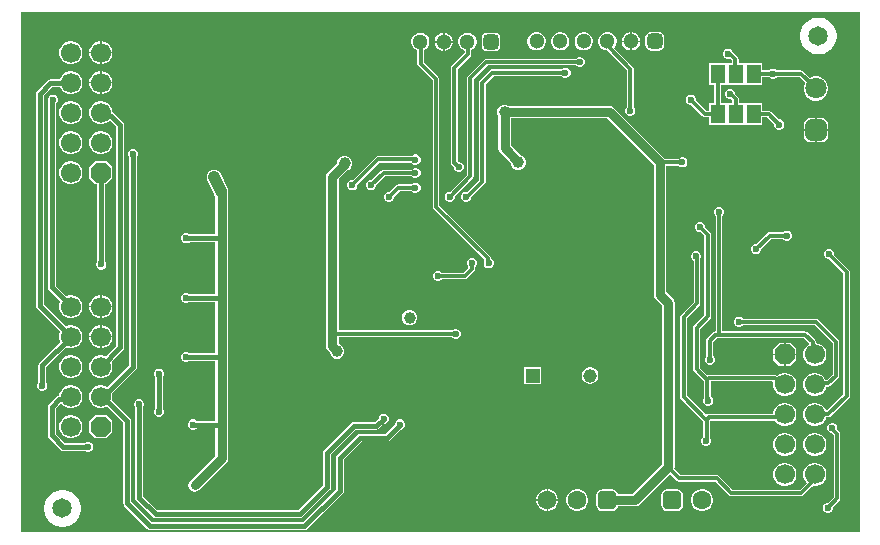
<source format=gbl>
G04*
G04 #@! TF.GenerationSoftware,Altium Limited,Altium Designer,21.0.8 (223)*
G04*
G04 Layer_Physical_Order=2*
G04 Layer_Color=16711680*
%FSLAX25Y25*%
%MOIN*%
G70*
G04*
G04 #@! TF.SameCoordinates,22837C2A-C745-47FE-8211-02B0961AEF73*
G04*
G04*
G04 #@! TF.FilePolarity,Positive*
G04*
G01*
G75*
%ADD48R,0.04528X0.04528*%
%ADD49C,0.04528*%
%ADD59C,0.03937*%
%ADD80C,0.01181*%
%ADD81C,0.02598*%
%ADD82C,0.03150*%
%ADD83C,0.01575*%
%ADD86C,0.06693*%
%ADD87P,0.07244X8X292.5*%
%ADD88C,0.07087*%
G04:AMPARAMS|DCode=89|XSize=70.87mil|YSize=70.87mil|CornerRadius=17.72mil|HoleSize=0mil|Usage=FLASHONLY|Rotation=90.000|XOffset=0mil|YOffset=0mil|HoleType=Round|Shape=RoundedRectangle|*
%AMROUNDEDRECTD89*
21,1,0.07087,0.03543,0,0,90.0*
21,1,0.03543,0.07087,0,0,90.0*
1,1,0.03543,0.01772,0.01772*
1,1,0.03543,0.01772,-0.01772*
1,1,0.03543,-0.01772,-0.01772*
1,1,0.03543,-0.01772,0.01772*
%
%ADD89ROUNDEDRECTD89*%
%ADD90C,0.05118*%
G04:AMPARAMS|DCode=91|XSize=51.18mil|YSize=51.18mil|CornerRadius=12.8mil|HoleSize=0mil|Usage=FLASHONLY|Rotation=180.000|XOffset=0mil|YOffset=0mil|HoleType=Round|Shape=RoundedRectangle|*
%AMROUNDEDRECTD91*
21,1,0.05118,0.02559,0,0,180.0*
21,1,0.02559,0.05118,0,0,180.0*
1,1,0.02559,-0.01280,0.01280*
1,1,0.02559,0.01280,0.01280*
1,1,0.02559,0.01280,-0.01280*
1,1,0.02559,-0.01280,-0.01280*
%
%ADD91ROUNDEDRECTD91*%
G04:AMPARAMS|DCode=92|XSize=62.99mil|YSize=62.99mil|CornerRadius=15.75mil|HoleSize=0mil|Usage=FLASHONLY|Rotation=180.000|XOffset=0mil|YOffset=0mil|HoleType=Round|Shape=RoundedRectangle|*
%AMROUNDEDRECTD92*
21,1,0.06299,0.03150,0,0,180.0*
21,1,0.03150,0.06299,0,0,180.0*
1,1,0.03150,-0.01575,0.01575*
1,1,0.03150,0.01575,0.01575*
1,1,0.03150,0.01575,-0.01575*
1,1,0.03150,-0.01575,-0.01575*
%
%ADD92ROUNDEDRECTD92*%
%ADD93C,0.06299*%
%ADD94C,0.06496*%
%ADD95C,0.02362*%
%ADD96C,0.03937*%
%ADD97R,0.04600X0.06300*%
G36*
X281496Y1969D02*
X1969Y1969D01*
X1969Y175197D01*
X281496Y175197D01*
X281496Y1969D01*
D02*
G37*
%LPC*%
G36*
X205718Y168610D02*
X205565D01*
Y165801D01*
X208374D01*
Y165954D01*
X208166Y166732D01*
X207763Y167429D01*
X207193Y167999D01*
X206496Y168402D01*
X205718Y168610D01*
D02*
G37*
G36*
X205065D02*
X204912D01*
X204134Y168402D01*
X203437Y167999D01*
X202867Y167429D01*
X202464Y166732D01*
X202256Y165954D01*
Y165801D01*
X205065D01*
Y168610D01*
D02*
G37*
G36*
X143316Y168413D02*
X143163D01*
Y165604D01*
X145972D01*
Y165757D01*
X145764Y166535D01*
X145361Y167233D01*
X144792Y167802D01*
X144094Y168205D01*
X143316Y168413D01*
D02*
G37*
G36*
X142663D02*
X142511D01*
X141733Y168205D01*
X141035Y167802D01*
X140465Y167233D01*
X140063Y166535D01*
X139854Y165757D01*
Y165604D01*
X142663D01*
Y168413D01*
D02*
G37*
G36*
X208374Y165301D02*
X205565D01*
Y162492D01*
X205718D01*
X206496Y162701D01*
X207193Y163103D01*
X207763Y163673D01*
X208166Y164370D01*
X208374Y165148D01*
Y165301D01*
D02*
G37*
G36*
X205065D02*
X202256D01*
Y165148D01*
X202464Y164370D01*
X202867Y163673D01*
X203437Y163103D01*
X204134Y162701D01*
X204912Y162492D01*
X205065D01*
Y165301D01*
D02*
G37*
G36*
X189970Y168610D02*
X189164D01*
X188386Y168402D01*
X187689Y167999D01*
X187119Y167429D01*
X186716Y166732D01*
X186508Y165954D01*
Y165148D01*
X186716Y164370D01*
X187119Y163673D01*
X187689Y163103D01*
X188386Y162701D01*
X189164Y162492D01*
X189970D01*
X190748Y162701D01*
X191445Y163103D01*
X192015Y163673D01*
X192418Y164370D01*
X192626Y165148D01*
Y165954D01*
X192418Y166732D01*
X192015Y167429D01*
X191445Y167999D01*
X190748Y168402D01*
X189970Y168610D01*
D02*
G37*
G36*
X182096D02*
X181290D01*
X180512Y168402D01*
X179815Y167999D01*
X179245Y167429D01*
X178842Y166732D01*
X178634Y165954D01*
Y165148D01*
X178842Y164370D01*
X179245Y163673D01*
X179815Y163103D01*
X180512Y162701D01*
X181290Y162492D01*
X182096D01*
X182874Y162701D01*
X183571Y163103D01*
X184141Y163673D01*
X184544Y164370D01*
X184752Y165148D01*
Y165954D01*
X184544Y166732D01*
X184141Y167429D01*
X183571Y167999D01*
X182874Y168402D01*
X182096Y168610D01*
D02*
G37*
G36*
X174222D02*
X173416D01*
X172638Y168402D01*
X171941Y167999D01*
X171371Y167429D01*
X170968Y166732D01*
X170760Y165954D01*
Y165148D01*
X170968Y164370D01*
X171371Y163673D01*
X171941Y163103D01*
X172638Y162701D01*
X173416Y162492D01*
X174222D01*
X175000Y162701D01*
X175697Y163103D01*
X176267Y163673D01*
X176670Y164370D01*
X176878Y165148D01*
Y165954D01*
X176670Y166732D01*
X176267Y167429D01*
X175697Y167999D01*
X175000Y168402D01*
X174222Y168610D01*
D02*
G37*
G36*
X214469Y168645D02*
X211910D01*
X211215Y168507D01*
X210627Y168114D01*
X210233Y167525D01*
X210095Y166831D01*
Y164272D01*
X210233Y163577D01*
X210627Y162989D01*
X211215Y162595D01*
X211910Y162457D01*
X214469D01*
X215163Y162595D01*
X215752Y162989D01*
X216145Y163577D01*
X216283Y164272D01*
Y166831D01*
X216145Y167525D01*
X215752Y168114D01*
X215163Y168507D01*
X214469Y168645D01*
D02*
G37*
G36*
X145972Y165104D02*
X143163D01*
Y162295D01*
X143316D01*
X144094Y162504D01*
X144792Y162907D01*
X145361Y163476D01*
X145764Y164174D01*
X145972Y164952D01*
Y165104D01*
D02*
G37*
G36*
X142663D02*
X139854D01*
Y164952D01*
X140063Y164174D01*
X140465Y163476D01*
X141035Y162907D01*
X141733Y162504D01*
X142511Y162295D01*
X142663D01*
Y165104D01*
D02*
G37*
G36*
X159941Y168448D02*
X157382D01*
X156688Y168310D01*
X156099Y167917D01*
X155706Y167328D01*
X155568Y166634D01*
Y164075D01*
X155706Y163381D01*
X156099Y162792D01*
X156688Y162399D01*
X157382Y162260D01*
X159941D01*
X160635Y162399D01*
X161224Y162792D01*
X161617Y163381D01*
X161755Y164075D01*
Y166634D01*
X161617Y167328D01*
X161224Y167917D01*
X160635Y168310D01*
X159941Y168448D01*
D02*
G37*
G36*
X29128Y165579D02*
X28872D01*
Y161982D01*
X32469D01*
Y162239D01*
X32206Y163217D01*
X31700Y164094D01*
X30984Y164810D01*
X30107Y165317D01*
X29128Y165579D01*
D02*
G37*
G36*
X28372D02*
X28116D01*
X27137Y165317D01*
X26260Y164810D01*
X25544Y164094D01*
X25038Y163217D01*
X24776Y162239D01*
Y161982D01*
X28372D01*
Y165579D01*
D02*
G37*
G36*
X268318Y173425D02*
X267115D01*
X265936Y173191D01*
X264826Y172731D01*
X263826Y172063D01*
X262977Y171213D01*
X262309Y170213D01*
X261849Y169103D01*
X261614Y167924D01*
Y166722D01*
X261849Y165543D01*
X262309Y164432D01*
X262977Y163433D01*
X263826Y162583D01*
X264826Y161915D01*
X265936Y161455D01*
X267115Y161221D01*
X268318D01*
X269496Y161455D01*
X270607Y161915D01*
X271607Y162583D01*
X272457Y163433D01*
X273124Y164432D01*
X273584Y165543D01*
X273819Y166722D01*
Y167924D01*
X273584Y169103D01*
X273124Y170213D01*
X272457Y171213D01*
X271607Y172063D01*
X270607Y172731D01*
X269496Y173191D01*
X268318Y173425D01*
D02*
G37*
G36*
X188523Y160343D02*
X187855D01*
X187237Y160087D01*
X186924Y159773D01*
X157087D01*
X157087Y159773D01*
X156661Y159689D01*
X156300Y159448D01*
X150985Y154133D01*
X150744Y153772D01*
X150660Y153347D01*
X150660Y153346D01*
Y121130D01*
X144950Y115420D01*
X144507D01*
X143889Y115164D01*
X143416Y114691D01*
X143160Y114073D01*
Y113405D01*
X143416Y112787D01*
X143889Y112314D01*
X144507Y112058D01*
X145176D01*
X145794Y112314D01*
X146267Y112787D01*
X146522Y113405D01*
Y113848D01*
X152558Y119883D01*
X152799Y120244D01*
X152884Y120669D01*
X152884Y120669D01*
Y152886D01*
X157547Y157550D01*
X186924D01*
X187237Y157236D01*
X187855Y156980D01*
X188523D01*
X189141Y157236D01*
X189614Y157709D01*
X189870Y158327D01*
Y158996D01*
X189614Y159614D01*
X189141Y160087D01*
X188523Y160343D01*
D02*
G37*
G36*
X237933Y163098D02*
X237264D01*
X236646Y162843D01*
X236173Y162370D01*
X235917Y161752D01*
Y161083D01*
X236173Y160465D01*
X236646Y159992D01*
X237264Y159736D01*
X237933D01*
X238191Y159843D01*
X238950Y159084D01*
Y158374D01*
X237457D01*
X237357Y158374D01*
X236958D01*
X236858Y158374D01*
X231358D01*
Y151074D01*
X233046D01*
Y144989D01*
X231358D01*
Y142450D01*
X230382D01*
X226878Y145954D01*
Y146397D01*
X226622Y147015D01*
X226149Y147488D01*
X225531Y147744D01*
X224863D01*
X224245Y147488D01*
X223772Y147015D01*
X223516Y146397D01*
Y145729D01*
X223772Y145111D01*
X224245Y144638D01*
X224863Y144382D01*
X225306D01*
X229135Y140552D01*
X229135Y140552D01*
X229496Y140311D01*
X229921Y140227D01*
X231358D01*
Y137689D01*
X236858D01*
X236958Y137689D01*
X237357D01*
X237457Y137689D01*
X242858D01*
X242957Y137689D01*
X243357D01*
X243458Y137689D01*
X248957D01*
Y140227D01*
X250721D01*
X253043Y137904D01*
Y137461D01*
X253299Y136843D01*
X253772Y136370D01*
X254390Y136114D01*
X255059D01*
X255677Y136370D01*
X256150Y136843D01*
X256405Y137461D01*
Y138130D01*
X256150Y138748D01*
X255677Y139220D01*
X255059Y139476D01*
X254616D01*
X251967Y142125D01*
X251607Y142366D01*
X251181Y142450D01*
X251181Y142450D01*
X248957D01*
Y144989D01*
X243458D01*
X243357Y144989D01*
X242957D01*
X242858Y144989D01*
X241269D01*
Y146260D01*
X241185Y146686D01*
X240944Y147046D01*
X240944Y147046D01*
X240063Y147927D01*
Y148253D01*
X239807Y148871D01*
X239334Y149344D01*
X238717Y149600D01*
X238048D01*
X237430Y149344D01*
X236957Y148871D01*
X236701Y148253D01*
Y147584D01*
X236957Y146966D01*
X237430Y146493D01*
X238048Y146237D01*
X238608D01*
X239046Y145800D01*
Y144989D01*
X237457D01*
X237357Y144989D01*
X236958D01*
X236858Y144989D01*
X235269D01*
Y151074D01*
X236858D01*
X236958Y151074D01*
X237357D01*
X237457Y151074D01*
X242858D01*
X242957Y151074D01*
X243357D01*
X243458Y151074D01*
X248957D01*
Y153612D01*
X251490D01*
X251804Y153299D01*
X252421Y153043D01*
X253090D01*
X253708Y153299D01*
X254021Y153612D01*
X261547D01*
X263394Y151766D01*
X263161Y151364D01*
X262886Y150336D01*
Y149271D01*
X263161Y148242D01*
X263694Y147320D01*
X264446Y146568D01*
X265369Y146035D01*
X266397Y145760D01*
X267461D01*
X268490Y146035D01*
X269412Y146568D01*
X270165Y147320D01*
X270697Y148242D01*
X270972Y149271D01*
Y150336D01*
X270697Y151364D01*
X270165Y152286D01*
X269412Y153039D01*
X268490Y153571D01*
X267461Y153847D01*
X266397D01*
X265369Y153571D01*
X264966Y153339D01*
X262794Y155511D01*
X262433Y155752D01*
X262008Y155836D01*
X262008Y155836D01*
X254021D01*
X253708Y156150D01*
X253090Y156405D01*
X252421D01*
X251804Y156150D01*
X251490Y155836D01*
X248957D01*
Y158374D01*
X243458D01*
X243357Y158374D01*
X242957D01*
X242858Y158374D01*
X241174D01*
Y159545D01*
X241089Y159970D01*
X240848Y160331D01*
X240848Y160331D01*
X239201Y161978D01*
X239180Y161992D01*
X239024Y162370D01*
X238551Y162843D01*
X237933Y163098D01*
D02*
G37*
G36*
X32469Y161482D02*
X28872D01*
Y157886D01*
X29128D01*
X30107Y158148D01*
X30984Y158654D01*
X31700Y159371D01*
X32206Y160248D01*
X32469Y161226D01*
Y161482D01*
D02*
G37*
G36*
X28372D02*
X24776D01*
Y161226D01*
X25038Y160248D01*
X25544Y159371D01*
X26260Y158654D01*
X27137Y158148D01*
X28116Y157886D01*
X28372D01*
Y161482D01*
D02*
G37*
G36*
X19128Y165579D02*
X18116D01*
X17137Y165317D01*
X16260Y164810D01*
X15544Y164094D01*
X15038Y163217D01*
X14776Y162239D01*
Y161226D01*
X15038Y160248D01*
X15544Y159371D01*
X16260Y158654D01*
X17137Y158148D01*
X18116Y157886D01*
X19128D01*
X20107Y158148D01*
X20984Y158654D01*
X21700Y159371D01*
X22206Y160248D01*
X22468Y161226D01*
Y162239D01*
X22206Y163217D01*
X21700Y164094D01*
X20984Y164810D01*
X20107Y165317D01*
X19128Y165579D01*
D02*
G37*
G36*
X183799Y156799D02*
X183130D01*
X182512Y156543D01*
X182199Y156230D01*
X159055D01*
X158630Y156145D01*
X158269Y155904D01*
X158269Y155904D01*
X154922Y152558D01*
X154681Y152197D01*
X154597Y151772D01*
X154597Y151772D01*
Y119236D01*
X150794Y115433D01*
X150728Y115461D01*
X150059D01*
X149441Y115205D01*
X148969Y114732D01*
X148713Y114114D01*
Y113445D01*
X148969Y112827D01*
X149441Y112354D01*
X150059Y112098D01*
X150728D01*
X151346Y112354D01*
X151819Y112827D01*
X152075Y113445D01*
Y113568D01*
X156495Y117989D01*
X156495Y117989D01*
X156736Y118349D01*
X156821Y118775D01*
X156821Y118775D01*
Y151311D01*
X159516Y154006D01*
X182199D01*
X182512Y153693D01*
X183130Y153437D01*
X183799D01*
X184417Y153693D01*
X184890Y154166D01*
X185146Y154784D01*
Y155453D01*
X184890Y156070D01*
X184417Y156543D01*
X183799Y156799D01*
D02*
G37*
G36*
X29128Y155579D02*
X28872D01*
Y151982D01*
X32469D01*
Y152239D01*
X32206Y153217D01*
X31700Y154094D01*
X30984Y154810D01*
X30107Y155317D01*
X29128Y155579D01*
D02*
G37*
G36*
X28372D02*
X28116D01*
X27137Y155317D01*
X26260Y154810D01*
X25544Y154094D01*
X25038Y153217D01*
X24776Y152239D01*
Y151982D01*
X28372D01*
Y155579D01*
D02*
G37*
G36*
X32469Y151482D02*
X28872D01*
Y147886D01*
X29128D01*
X30107Y148148D01*
X30984Y148654D01*
X31700Y149371D01*
X32206Y150248D01*
X32469Y151226D01*
Y151482D01*
D02*
G37*
G36*
X28372D02*
X24776D01*
Y151226D01*
X25038Y150248D01*
X25544Y149371D01*
X26260Y148654D01*
X27137Y148148D01*
X28116Y147886D01*
X28372D01*
Y151482D01*
D02*
G37*
G36*
X19128Y155579D02*
X18116D01*
X17137Y155317D01*
X16260Y154810D01*
X15544Y154094D01*
X15038Y153217D01*
X14946Y152876D01*
X11800D01*
X11297Y152776D01*
X10871Y152491D01*
X7340Y148960D01*
X7055Y148534D01*
X6955Y148031D01*
Y77441D01*
X7055Y76939D01*
X7340Y76513D01*
X15127Y68726D01*
X15038Y68571D01*
X14776Y67593D01*
Y66580D01*
X15038Y65602D01*
X15127Y65448D01*
X8127Y58448D01*
X7842Y58022D01*
X7743Y57520D01*
Y51852D01*
X7630Y51740D01*
X7374Y51122D01*
Y50453D01*
X7630Y49835D01*
X8103Y49362D01*
X8721Y49106D01*
X9390D01*
X10007Y49362D01*
X10480Y49835D01*
X10736Y50453D01*
Y51122D01*
X10480Y51740D01*
X10368Y51852D01*
Y56976D01*
X16983Y63591D01*
X17137Y63502D01*
X18116Y63240D01*
X19128D01*
X20107Y63502D01*
X20984Y64009D01*
X21700Y64725D01*
X22206Y65602D01*
X22468Y66580D01*
Y67593D01*
X22206Y68571D01*
X21700Y69448D01*
X20984Y70165D01*
X20107Y70671D01*
X19128Y70933D01*
X18116D01*
X17137Y70671D01*
X16983Y70582D01*
X9580Y77985D01*
Y147488D01*
X12343Y150251D01*
X15037D01*
X15038Y150248D01*
X15544Y149371D01*
X16260Y148654D01*
X17137Y148148D01*
X18116Y147886D01*
X19128D01*
X20107Y148148D01*
X20984Y148654D01*
X21700Y149371D01*
X22206Y150248D01*
X22468Y151226D01*
Y152239D01*
X22206Y153217D01*
X21700Y154094D01*
X20984Y154810D01*
X20107Y155317D01*
X19128Y155579D01*
D02*
G37*
G36*
X197844Y168610D02*
X197038D01*
X196260Y168402D01*
X195563Y167999D01*
X194993Y167429D01*
X194590Y166732D01*
X194382Y165954D01*
Y165148D01*
X194590Y164370D01*
X194993Y163673D01*
X195563Y163103D01*
X196260Y162701D01*
X197038Y162492D01*
X197371D01*
X197408Y162437D01*
X204006Y155839D01*
Y143588D01*
X203693Y143275D01*
X203437Y142657D01*
Y141988D01*
X203693Y141371D01*
X204166Y140898D01*
X204784Y140642D01*
X205452D01*
X206070Y140898D01*
X206543Y141371D01*
X206799Y141988D01*
Y142657D01*
X206543Y143275D01*
X206230Y143588D01*
Y156299D01*
X206145Y156725D01*
X205904Y157086D01*
X205904Y157086D01*
X199603Y163387D01*
X199889Y163673D01*
X200291Y164370D01*
X200500Y165148D01*
Y165954D01*
X200291Y166732D01*
X199889Y167429D01*
X199319Y167999D01*
X198622Y168402D01*
X197844Y168610D01*
D02*
G37*
G36*
X19128Y145579D02*
X18116D01*
X17137Y145317D01*
X16260Y144810D01*
X15544Y144094D01*
X15038Y143217D01*
X14776Y142239D01*
Y141226D01*
X15038Y140248D01*
X15544Y139371D01*
X16260Y138654D01*
X17137Y138148D01*
X18116Y137886D01*
X19128D01*
X20107Y138148D01*
X20984Y138654D01*
X21700Y139371D01*
X22206Y140248D01*
X22468Y141226D01*
Y142239D01*
X22206Y143217D01*
X21700Y144094D01*
X20984Y144810D01*
X20107Y145317D01*
X19128Y145579D01*
D02*
G37*
G36*
X268701Y140111D02*
X267179D01*
Y136274D01*
X271017D01*
Y137795D01*
X270841Y138682D01*
X270339Y139433D01*
X269587Y139935D01*
X268701Y140111D01*
D02*
G37*
G36*
X266679D02*
X265158D01*
X264271Y139935D01*
X263520Y139433D01*
X263018Y138682D01*
X262841Y137795D01*
Y136274D01*
X266679D01*
Y140111D01*
D02*
G37*
G36*
X271017Y135774D02*
X267179D01*
Y131936D01*
X268701D01*
X269587Y132112D01*
X270339Y132614D01*
X270841Y133366D01*
X271017Y134252D01*
Y135774D01*
D02*
G37*
G36*
X266679D02*
X262841D01*
Y134252D01*
X263018Y133366D01*
X263520Y132614D01*
X264271Y132112D01*
X265158Y131936D01*
X266679D01*
Y135774D01*
D02*
G37*
G36*
X29128Y135579D02*
X28116D01*
X27137Y135317D01*
X26260Y134810D01*
X25544Y134094D01*
X25038Y133217D01*
X24776Y132239D01*
Y131226D01*
X25038Y130248D01*
X25544Y129370D01*
X26260Y128654D01*
X27137Y128148D01*
X28116Y127886D01*
X29128D01*
X30107Y128148D01*
X30984Y128654D01*
X31700Y129370D01*
X32206Y130248D01*
X32469Y131226D01*
Y132239D01*
X32206Y133217D01*
X31700Y134094D01*
X30984Y134810D01*
X30107Y135317D01*
X29128Y135579D01*
D02*
G37*
G36*
X19128D02*
X18116D01*
X17137Y135317D01*
X16260Y134810D01*
X15544Y134094D01*
X15038Y133217D01*
X14776Y132239D01*
Y131226D01*
X15038Y130248D01*
X15544Y129370D01*
X16260Y128654D01*
X17137Y128148D01*
X18116Y127886D01*
X19128D01*
X20107Y128148D01*
X20984Y128654D01*
X21700Y129370D01*
X22206Y130248D01*
X22468Y131226D01*
Y132239D01*
X22206Y133217D01*
X21700Y134094D01*
X20984Y134810D01*
X20107Y135317D01*
X19128Y135579D01*
D02*
G37*
G36*
X133799Y127813D02*
X133130D01*
X132512Y127557D01*
X132248Y127293D01*
X121063D01*
X120638Y127208D01*
X120277Y126967D01*
X120277Y126967D01*
X112510Y119201D01*
X112067D01*
X111449Y118945D01*
X110976Y118472D01*
X110721Y117854D01*
Y117185D01*
X110976Y116567D01*
X111449Y116095D01*
X112067Y115839D01*
X112736D01*
X113354Y116095D01*
X113827Y116567D01*
X114083Y117185D01*
Y117628D01*
X121524Y125069D01*
X132150D01*
X132512Y124707D01*
X133130Y124451D01*
X133799D01*
X134417Y124707D01*
X134890Y125180D01*
X135146Y125797D01*
Y126466D01*
X134890Y127084D01*
X134417Y127557D01*
X133799Y127813D01*
D02*
G37*
G36*
X163680Y144398D02*
X162698D01*
X161791Y144022D01*
X161096Y143327D01*
X160721Y142420D01*
Y141438D01*
X161074Y140586D01*
Y129938D01*
X161234Y129128D01*
X161693Y128442D01*
X165264Y124871D01*
Y124690D01*
X165640Y123783D01*
X166334Y123088D01*
X167241Y122713D01*
X168223D01*
X169131Y123088D01*
X169825Y123783D01*
X170201Y124690D01*
Y125672D01*
X169825Y126579D01*
X169131Y127274D01*
X168642Y127476D01*
X165304Y130814D01*
Y139814D01*
X197352D01*
X212845Y124321D01*
Y81102D01*
X213006Y80293D01*
X213465Y79606D01*
X215601Y77470D01*
Y64173D01*
Y50738D01*
Y37414D01*
X215604Y37398D01*
X215601Y37383D01*
Y24498D01*
X205817Y14714D01*
X200984D01*
X200931Y14983D01*
X200472Y15669D01*
X199786Y16128D01*
X198976Y16289D01*
X195827D01*
X195017Y16128D01*
X194331Y15669D01*
X193872Y14983D01*
X193711Y14173D01*
Y11024D01*
X193872Y10214D01*
X194331Y9528D01*
X195017Y9069D01*
X195827Y8908D01*
X198976D01*
X199786Y9069D01*
X200472Y9528D01*
X200931Y10214D01*
X200984Y10483D01*
X206693D01*
X207503Y10644D01*
X208189Y11103D01*
X218426Y21340D01*
X220670Y19096D01*
X221031Y18855D01*
X221457Y18770D01*
X233398D01*
X237993Y14174D01*
X237993Y14174D01*
X238354Y13933D01*
X238779Y13849D01*
X262008D01*
X262008Y13849D01*
X262433Y13933D01*
X262794Y14174D01*
X265750Y17130D01*
X265750Y17130D01*
X265898Y17352D01*
X266108Y17295D01*
X267121D01*
X268099Y17557D01*
X268976Y18064D01*
X269692Y18780D01*
X270198Y19657D01*
X270461Y20635D01*
Y21648D01*
X270198Y22626D01*
X269692Y23504D01*
X268976Y24220D01*
X268099Y24726D01*
X267121Y24988D01*
X266108D01*
X265129Y24726D01*
X264252Y24220D01*
X263536Y23504D01*
X263030Y22626D01*
X262768Y21648D01*
Y20635D01*
X263030Y19657D01*
X263536Y18780D01*
X263896Y18421D01*
X261547Y16073D01*
X239240D01*
X234645Y20668D01*
X234284Y20909D01*
X233858Y20994D01*
X233858Y20994D01*
X221917D01*
X219742Y23169D01*
X219832Y23622D01*
Y37321D01*
X219847Y37398D01*
X219832Y37476D01*
Y50738D01*
Y64173D01*
Y78347D01*
X219671Y79156D01*
X219212Y79842D01*
X217076Y81979D01*
Y124085D01*
X221175D01*
X221489Y123772D01*
X222107Y123516D01*
X222775D01*
X223393Y123772D01*
X223866Y124245D01*
X224122Y124863D01*
Y125531D01*
X223866Y126149D01*
X223393Y126622D01*
X222775Y126878D01*
X222107D01*
X221489Y126622D01*
X221175Y126309D01*
X216713D01*
X216457Y126693D01*
X199724Y143425D01*
X199038Y143884D01*
X198228Y144045D01*
X164532D01*
X163680Y144398D01*
D02*
G37*
G36*
X133799Y123335D02*
X133130D01*
X132512Y123079D01*
X132199Y122766D01*
X122835D01*
X122835Y122766D01*
X122409Y122681D01*
X122048Y122440D01*
X122048Y122440D01*
X118809Y119201D01*
X118366D01*
X117748Y118945D01*
X117276Y118472D01*
X117020Y117854D01*
Y117185D01*
X117276Y116567D01*
X117748Y116095D01*
X118366Y115839D01*
X119035D01*
X119653Y116095D01*
X120126Y116567D01*
X120382Y117185D01*
Y117628D01*
X123295Y120542D01*
X132199D01*
X132512Y120228D01*
X133130Y119972D01*
X133799D01*
X134417Y120228D01*
X134890Y120701D01*
X135146Y121319D01*
Y121988D01*
X134890Y122606D01*
X134417Y123079D01*
X133799Y123335D01*
D02*
G37*
G36*
X151190Y168413D02*
X150385D01*
X149607Y168205D01*
X148909Y167802D01*
X148340Y167233D01*
X147937Y166535D01*
X147728Y165757D01*
Y164952D01*
X147937Y164174D01*
X148340Y163476D01*
X148909Y162907D01*
X149607Y162504D01*
X149872Y162433D01*
Y161681D01*
X145670Y157479D01*
X145429Y157118D01*
X145345Y156693D01*
X145345Y156693D01*
Y125000D01*
X145345Y125000D01*
X145429Y124574D01*
X145670Y124214D01*
X146153Y123731D01*
Y123288D01*
X146409Y122670D01*
X146882Y122197D01*
X147500Y121941D01*
X148169D01*
X148787Y122197D01*
X149260Y122670D01*
X149516Y123288D01*
Y123956D01*
X149260Y124574D01*
X148787Y125047D01*
X148169Y125303D01*
X147726D01*
X147569Y125461D01*
Y156232D01*
X151770Y160434D01*
X151770Y160434D01*
X152012Y160795D01*
X152096Y161221D01*
X152096Y161221D01*
Y162578D01*
X152666Y162907D01*
X153235Y163476D01*
X153638Y164174D01*
X153847Y164952D01*
Y165757D01*
X153638Y166535D01*
X153235Y167233D01*
X152666Y167802D01*
X151968Y168205D01*
X151190Y168413D01*
D02*
G37*
G36*
X19128Y125579D02*
X18116D01*
X17137Y125317D01*
X16260Y124810D01*
X15544Y124094D01*
X15038Y123217D01*
X14776Y122239D01*
Y121226D01*
X15038Y120248D01*
X15544Y119370D01*
X16260Y118654D01*
X17137Y118148D01*
X18116Y117886D01*
X19128D01*
X20107Y118148D01*
X20984Y118654D01*
X21700Y119370D01*
X22206Y120248D01*
X22468Y121226D01*
Y122239D01*
X22206Y123217D01*
X21700Y124094D01*
X20984Y124810D01*
X20107Y125317D01*
X19128Y125579D01*
D02*
G37*
G36*
X133799Y118413D02*
X133130D01*
X132512Y118157D01*
X132199Y117844D01*
X127756D01*
X127330Y117760D01*
X126970Y117518D01*
X124715Y115264D01*
X124272D01*
X123654Y115008D01*
X123181Y114535D01*
X122925Y113917D01*
Y113248D01*
X123181Y112630D01*
X123654Y112157D01*
X124272Y111902D01*
X124941D01*
X125559Y112157D01*
X126031Y112630D01*
X126287Y113248D01*
Y113691D01*
X128217Y115620D01*
X132199D01*
X132512Y115307D01*
X133130Y115051D01*
X133799D01*
X134417Y115307D01*
X134890Y115780D01*
X135146Y116398D01*
Y117067D01*
X134890Y117684D01*
X134417Y118157D01*
X133799Y118413D01*
D02*
G37*
G36*
X257618Y102469D02*
X256949D01*
X256331Y102213D01*
X256018Y101899D01*
X251575D01*
X251575Y101899D01*
X251149Y101815D01*
X250788Y101574D01*
X247107Y97892D01*
X246664D01*
X246046Y97636D01*
X245573Y97163D01*
X245317Y96545D01*
Y95876D01*
X245573Y95258D01*
X246046Y94785D01*
X246664Y94529D01*
X247332D01*
X247950Y94785D01*
X248423Y95258D01*
X248679Y95876D01*
Y96319D01*
X252035Y99676D01*
X256018D01*
X256331Y99362D01*
X256949Y99106D01*
X257618D01*
X258236Y99362D01*
X258709Y99835D01*
X258965Y100453D01*
Y101122D01*
X258709Y101740D01*
X258236Y102213D01*
X257618Y102469D01*
D02*
G37*
G36*
X66204Y122789D02*
X66029Y122744D01*
X65848D01*
X65557Y122624D01*
X65253Y122546D01*
X65108Y122438D01*
X64940Y122368D01*
X64718Y122146D01*
X64466Y121958D01*
X64374Y121802D01*
X64246Y121674D01*
X64126Y121384D01*
X63965Y121113D01*
X63939Y120934D01*
X63870Y120767D01*
Y120452D01*
X63825Y120141D01*
X63870Y119966D01*
Y119785D01*
X63990Y119494D01*
X64068Y119190D01*
X66233Y114662D01*
X66342Y114517D01*
X66411Y114350D01*
X66633Y114128D01*
X66782Y113929D01*
Y101259D01*
X58098D01*
X58039Y101319D01*
X57421Y101575D01*
X56752D01*
X56134Y101319D01*
X55661Y100846D01*
X55405Y100228D01*
Y99559D01*
X55661Y98941D01*
X56134Y98468D01*
X56752Y98212D01*
X57421D01*
X58039Y98468D01*
X58205Y98634D01*
X66782D01*
Y81234D01*
X58151D01*
X58039Y81346D01*
X57421Y81602D01*
X56752D01*
X56134Y81346D01*
X55661Y80874D01*
X55405Y80256D01*
Y79587D01*
X55661Y78969D01*
X56134Y78496D01*
X56752Y78240D01*
X57421D01*
X58039Y78496D01*
X58151Y78609D01*
X66782D01*
Y61549D01*
X58151D01*
X58039Y61661D01*
X57421Y61917D01*
X56752D01*
X56134Y61661D01*
X55661Y61189D01*
X55405Y60571D01*
Y59902D01*
X55661Y59284D01*
X56134Y58811D01*
X56752Y58555D01*
X57421D01*
X58039Y58811D01*
X58151Y58924D01*
X66782D01*
Y39108D01*
X60481D01*
X60369Y39220D01*
X59751Y39476D01*
X59082D01*
X58464Y39220D01*
X57991Y38748D01*
X57735Y38130D01*
Y37461D01*
X57991Y36843D01*
X58464Y36370D01*
X59082Y36114D01*
X59751D01*
X60369Y36370D01*
X60481Y36483D01*
X66782D01*
Y27372D01*
X58425Y19015D01*
X57967Y18329D01*
X57806Y17520D01*
X57967Y16710D01*
X58425Y16024D01*
X59112Y15565D01*
X59921Y15404D01*
X60731Y15565D01*
X61417Y16024D01*
X70394Y25000D01*
X70852Y25686D01*
X71013Y26496D01*
Y37795D01*
Y60236D01*
Y79921D01*
Y115141D01*
X70972Y115346D01*
Y115571D01*
X71017Y115882D01*
X70972Y116058D01*
Y116239D01*
X70852Y116529D01*
X70775Y116834D01*
X68609Y121361D01*
X68501Y121507D01*
X68431Y121674D01*
X68209Y121896D01*
X68021Y122148D01*
X67865Y122240D01*
X67737Y122368D01*
X67447Y122488D01*
X67176Y122649D01*
X66997Y122675D01*
X66830Y122744D01*
X66515D01*
X66204Y122789D01*
D02*
G37*
G36*
X135442Y168413D02*
X134637D01*
X133859Y168205D01*
X133161Y167802D01*
X132591Y167233D01*
X132189Y166535D01*
X131980Y165757D01*
Y164952D01*
X132189Y164174D01*
X132591Y163476D01*
X133161Y162907D01*
X133859Y162504D01*
X134124Y162433D01*
Y158071D01*
X134124Y158071D01*
X134209Y157645D01*
X134450Y157285D01*
X139242Y152492D01*
Y110433D01*
X139242Y110433D01*
X139327Y110008D01*
X139568Y109647D01*
X156534Y92681D01*
Y92593D01*
X156416Y92476D01*
X156160Y91858D01*
Y91189D01*
X156416Y90571D01*
X156889Y90098D01*
X157507Y89842D01*
X158176D01*
X158793Y90098D01*
X159266Y90571D01*
X159522Y91189D01*
Y91858D01*
X159266Y92476D01*
X158793Y92949D01*
X158758Y92963D01*
Y93142D01*
X158673Y93567D01*
X158432Y93928D01*
X141466Y110894D01*
Y152953D01*
X141382Y153378D01*
X141141Y153739D01*
X141141Y153739D01*
X136348Y158531D01*
Y162578D01*
X136918Y162907D01*
X137487Y163476D01*
X137890Y164174D01*
X138098Y164952D01*
Y165757D01*
X137890Y166535D01*
X137487Y167233D01*
X136918Y167802D01*
X136220Y168205D01*
X135442Y168413D01*
D02*
G37*
G36*
X30545Y125579D02*
X26699D01*
X24776Y123655D01*
Y119809D01*
X26699Y117886D01*
X27369D01*
Y92147D01*
X27315Y92094D01*
X27059Y91476D01*
Y90807D01*
X27315Y90189D01*
X27788Y89717D01*
X28406Y89461D01*
X29074D01*
X29692Y89717D01*
X30165Y90189D01*
X30421Y90807D01*
Y91476D01*
X30165Y92094D01*
X29994Y92266D01*
Y117886D01*
X30545D01*
X32469Y119809D01*
Y123655D01*
X30545Y125579D01*
D02*
G37*
G36*
X152697Y93217D02*
X152028D01*
X151410Y92961D01*
X150937Y92488D01*
X150681Y91870D01*
Y91201D01*
X150937Y90583D01*
X150938Y90583D01*
Y89912D01*
X149465Y88439D01*
X142210D01*
X141897Y88753D01*
X141279Y89009D01*
X140611D01*
X139993Y88753D01*
X139520Y88280D01*
X139264Y87662D01*
Y86993D01*
X139520Y86375D01*
X139993Y85902D01*
X140611Y85646D01*
X141279D01*
X141897Y85902D01*
X142210Y86216D01*
X149926D01*
X149926Y86216D01*
X150351Y86300D01*
X150712Y86541D01*
X153127Y88956D01*
X153128Y88957D01*
X153368Y89317D01*
X153453Y89743D01*
Y90249D01*
X153787Y90583D01*
X154043Y91201D01*
Y91870D01*
X153787Y92488D01*
X153314Y92961D01*
X152697Y93217D01*
D02*
G37*
G36*
X29128Y80933D02*
X28872D01*
Y77337D01*
X32469D01*
Y77593D01*
X32206Y78571D01*
X31700Y79448D01*
X30984Y80164D01*
X30107Y80671D01*
X29128Y80933D01*
D02*
G37*
G36*
X28372D02*
X28116D01*
X27137Y80671D01*
X26260Y80164D01*
X25544Y79448D01*
X25038Y78571D01*
X24776Y77593D01*
Y77337D01*
X28372D01*
Y80933D01*
D02*
G37*
G36*
X32469Y76837D02*
X28872D01*
Y73240D01*
X29128D01*
X30107Y73502D01*
X30984Y74009D01*
X31700Y74725D01*
X32206Y75602D01*
X32469Y76580D01*
Y76837D01*
D02*
G37*
G36*
X28372D02*
X24776D01*
Y76580D01*
X25038Y75602D01*
X25544Y74725D01*
X26260Y74009D01*
X27137Y73502D01*
X28116Y73240D01*
X28372D01*
Y76837D01*
D02*
G37*
G36*
X12933Y147744D02*
X12264D01*
X11646Y147488D01*
X11173Y147015D01*
X10917Y146397D01*
Y145729D01*
X11142Y145185D01*
Y144822D01*
X10992Y144597D01*
X10892Y144095D01*
Y83504D01*
X10992Y83002D01*
X11277Y82576D01*
X15127Y78725D01*
X15038Y78571D01*
X14776Y77593D01*
Y76580D01*
X15038Y75602D01*
X15544Y74725D01*
X16260Y74009D01*
X17137Y73502D01*
X18116Y73240D01*
X19128D01*
X20107Y73502D01*
X20984Y74009D01*
X21700Y74725D01*
X22206Y75602D01*
X22468Y76580D01*
Y77593D01*
X22206Y78571D01*
X21700Y79448D01*
X20984Y80164D01*
X20107Y80671D01*
X19128Y80933D01*
X18116D01*
X17137Y80671D01*
X16983Y80582D01*
X13517Y84048D01*
Y143617D01*
X13668Y143843D01*
X13768Y144345D01*
Y144855D01*
X14024Y145111D01*
X14279Y145729D01*
Y146397D01*
X14024Y147015D01*
X13551Y147488D01*
X12933Y147744D01*
D02*
G37*
G36*
X131987Y75894D02*
X131005D01*
X130098Y75518D01*
X129403Y74823D01*
X129028Y73916D01*
Y72934D01*
X129403Y72027D01*
X130098Y71333D01*
X131005Y70957D01*
X131987D01*
X132894Y71333D01*
X133589Y72027D01*
X133965Y72934D01*
Y73916D01*
X133589Y74823D01*
X132894Y75518D01*
X131987Y75894D01*
D02*
G37*
G36*
X29128Y70933D02*
X28872D01*
Y67337D01*
X32469D01*
Y67593D01*
X32206Y68571D01*
X31700Y69448D01*
X30984Y70165D01*
X30107Y70671D01*
X29128Y70933D01*
D02*
G37*
G36*
X28372D02*
X28116D01*
X27137Y70671D01*
X26260Y70165D01*
X25544Y69448D01*
X25038Y68571D01*
X24776Y67593D01*
Y67337D01*
X28372D01*
Y70933D01*
D02*
G37*
G36*
X110334Y127272D02*
X109352D01*
X108444Y126896D01*
X107750Y126201D01*
X107374Y125294D01*
Y125113D01*
X104213Y121952D01*
X103754Y121266D01*
X103593Y120456D01*
Y68036D01*
Y63993D01*
X103754Y63183D01*
X104213Y62497D01*
X104815Y61895D01*
Y61714D01*
X105191Y60806D01*
X105885Y60112D01*
X106792Y59736D01*
X107774D01*
X108682Y60112D01*
X109376Y60806D01*
X109752Y61714D01*
Y62696D01*
X109376Y63603D01*
X108682Y64297D01*
X108193Y64500D01*
X107824Y64869D01*
Y66924D01*
X145585D01*
X145898Y66611D01*
X146516Y66355D01*
X147185D01*
X147803Y66611D01*
X148275Y67084D01*
X148531Y67702D01*
Y68370D01*
X148275Y68988D01*
X147803Y69461D01*
X147185Y69717D01*
X146516D01*
X145898Y69461D01*
X145585Y69148D01*
X107824D01*
Y119580D01*
X110752Y122508D01*
X111241Y122711D01*
X111935Y123405D01*
X112311Y124312D01*
Y125294D01*
X111935Y126201D01*
X111241Y126896D01*
X110334Y127272D01*
D02*
G37*
G36*
X32469Y66837D02*
X28872D01*
Y63240D01*
X29128D01*
X30107Y63502D01*
X30984Y64009D01*
X31700Y64725D01*
X32206Y65602D01*
X32469Y66580D01*
Y66837D01*
D02*
G37*
G36*
X28372D02*
X24776D01*
Y66580D01*
X25038Y65602D01*
X25544Y64725D01*
X26260Y64009D01*
X27137Y63502D01*
X28116Y63240D01*
X28372D01*
Y66837D01*
D02*
G37*
G36*
X258537Y64988D02*
X256864D01*
Y61392D01*
X260461D01*
Y63065D01*
X258537Y64988D01*
D02*
G37*
G36*
X256364D02*
X254691D01*
X252768Y63065D01*
Y61392D01*
X256364D01*
Y64988D01*
D02*
G37*
G36*
X29128Y145579D02*
X28116D01*
X27137Y145317D01*
X26260Y144810D01*
X25544Y144094D01*
X25038Y143217D01*
X24776Y142239D01*
Y141226D01*
X25038Y140248D01*
X25544Y139371D01*
X26260Y138654D01*
X27137Y138148D01*
X28116Y137886D01*
X29128D01*
X30107Y138148D01*
X30984Y138654D01*
X31654Y139324D01*
X33727Y137252D01*
Y64048D01*
X30261Y60582D01*
X30107Y60671D01*
X29128Y60933D01*
X28116D01*
X27137Y60671D01*
X26260Y60164D01*
X25544Y59448D01*
X25038Y58571D01*
X24776Y57593D01*
Y56580D01*
X25038Y55602D01*
X25544Y54725D01*
X26260Y54009D01*
X27137Y53502D01*
X28116Y53240D01*
X29128D01*
X30107Y53502D01*
X30984Y54009D01*
X31700Y54725D01*
X32206Y55602D01*
X32469Y56580D01*
Y57593D01*
X32206Y58571D01*
X32117Y58726D01*
X35967Y62576D01*
X36252Y63002D01*
X36352Y63504D01*
Y137795D01*
X36252Y138298D01*
X35967Y138723D01*
X33010Y141681D01*
X32584Y141966D01*
X32469Y141989D01*
Y142239D01*
X32206Y143217D01*
X31700Y144094D01*
X30984Y144810D01*
X30107Y145317D01*
X29128Y145579D01*
D02*
G37*
G36*
X234956Y110367D02*
X234287D01*
X233669Y110111D01*
X233196Y109638D01*
X232940Y109020D01*
Y108352D01*
X233196Y107734D01*
X233534Y107396D01*
Y68828D01*
X233465D01*
X233039Y68744D01*
X232678Y68503D01*
X232678Y68503D01*
X230710Y66534D01*
X230469Y66174D01*
X230384Y65748D01*
X230384Y65748D01*
Y60616D01*
X230169Y60401D01*
X229913Y59783D01*
Y59114D01*
X230169Y58497D01*
X230642Y58024D01*
X231260Y57768D01*
X231929D01*
X232547Y58024D01*
X233020Y58497D01*
X233276Y59114D01*
Y59783D01*
X233020Y60401D01*
X232608Y60813D01*
Y65288D01*
X233925Y66605D01*
X262925D01*
X264584Y64946D01*
X264528Y64379D01*
X264252Y64220D01*
X263536Y63503D01*
X263030Y62626D01*
X262768Y61648D01*
Y60635D01*
X263030Y59657D01*
X263536Y58780D01*
X264252Y58064D01*
X265129Y57557D01*
X266108Y57295D01*
X267121D01*
X268099Y57557D01*
X268976Y58064D01*
X269692Y58780D01*
X270198Y59657D01*
X270461Y60635D01*
Y61648D01*
X270198Y62626D01*
X269692Y63503D01*
X268976Y64220D01*
X268099Y64726D01*
X267121Y64988D01*
X266961D01*
Y65253D01*
X266877Y65678D01*
X266636Y66039D01*
X266636Y66039D01*
X264172Y68503D01*
X263811Y68744D01*
X263386Y68828D01*
X263386Y68828D01*
X235758D01*
Y107445D01*
X236046Y107734D01*
X236302Y108352D01*
Y109020D01*
X236046Y109638D01*
X235573Y110111D01*
X234956Y110367D01*
D02*
G37*
G36*
X260461Y60892D02*
X256864D01*
Y57295D01*
X258537D01*
X260461Y59219D01*
Y60892D01*
D02*
G37*
G36*
X256364D02*
X252768D01*
Y59219D01*
X254691Y57295D01*
X256364D01*
Y60892D01*
D02*
G37*
G36*
X19128Y60933D02*
X18116D01*
X17137Y60671D01*
X16260Y60164D01*
X15544Y59448D01*
X15038Y58571D01*
X14776Y57593D01*
Y56580D01*
X15038Y55602D01*
X15544Y54725D01*
X16260Y54009D01*
X17137Y53502D01*
X18116Y53240D01*
X19128D01*
X20107Y53502D01*
X20984Y54009D01*
X21700Y54725D01*
X22206Y55602D01*
X22468Y56580D01*
Y57593D01*
X22206Y58571D01*
X21700Y59448D01*
X20984Y60164D01*
X20107Y60671D01*
X19128Y60933D01*
D02*
G37*
G36*
X241673Y73728D02*
X241004D01*
X240386Y73472D01*
X239913Y73000D01*
X239657Y72382D01*
Y71713D01*
X239913Y71095D01*
X240386Y70622D01*
X241004Y70366D01*
X241673D01*
X242291Y70622D01*
X242485Y70816D01*
X266588D01*
X272510Y64894D01*
Y54594D01*
X270635Y52720D01*
X270120Y52762D01*
X269692Y53504D01*
X268976Y54220D01*
X268099Y54726D01*
X267121Y54988D01*
X266108D01*
X265129Y54726D01*
X264252Y54220D01*
X263536Y53504D01*
X263030Y52626D01*
X262768Y51648D01*
Y50635D01*
X263030Y49657D01*
X263536Y48780D01*
X264252Y48064D01*
X265129Y47557D01*
X266108Y47295D01*
X267121D01*
X268099Y47557D01*
X268976Y48064D01*
X269692Y48780D01*
X270198Y49657D01*
X270408Y50440D01*
X271040D01*
X271040Y50440D01*
X271466Y50525D01*
X271827Y50766D01*
X274408Y53348D01*
X274408Y53348D01*
X274649Y53708D01*
X274734Y54134D01*
Y65354D01*
X274734Y65354D01*
X274649Y65780D01*
X274408Y66141D01*
X274408Y66141D01*
X267835Y72714D01*
X267474Y72955D01*
X267049Y73040D01*
X267049Y73040D01*
X242723D01*
X242291Y73472D01*
X241673Y73728D01*
D02*
G37*
G36*
X192057Y56898D02*
X191329D01*
X190626Y56709D01*
X189996Y56345D01*
X189481Y55831D01*
X189118Y55201D01*
X188929Y54498D01*
Y53770D01*
X189118Y53067D01*
X189481Y52437D01*
X189996Y51922D01*
X190626Y51558D01*
X191329Y51370D01*
X192057D01*
X192760Y51558D01*
X193390Y51922D01*
X193904Y52437D01*
X194268Y53067D01*
X194457Y53770D01*
Y54498D01*
X194268Y55201D01*
X193904Y55831D01*
X193390Y56345D01*
X192760Y56709D01*
X192057Y56898D01*
D02*
G37*
G36*
X175244D02*
X169717D01*
Y51370D01*
X175244D01*
Y56898D01*
D02*
G37*
G36*
X39370Y129659D02*
X39243Y129634D01*
X39036D01*
X38418Y129378D01*
X37945Y128905D01*
X37689Y128287D01*
Y127618D01*
X37945Y127000D01*
X38058Y126888D01*
Y57630D01*
X30735Y50308D01*
X30107Y50671D01*
X29128Y50933D01*
X28116D01*
X27137Y50671D01*
X26260Y50165D01*
X25544Y49448D01*
X25038Y48571D01*
X24776Y47593D01*
Y46580D01*
X25038Y45602D01*
X25544Y44725D01*
X26260Y44009D01*
X27137Y43502D01*
X28116Y43240D01*
X29128D01*
X30107Y43502D01*
X30685Y43836D01*
X36089Y38433D01*
Y11528D01*
X36189Y11026D01*
X36473Y10600D01*
X44064Y3009D01*
X44490Y2724D01*
X44993Y2624D01*
X96457D01*
X96959Y2724D01*
X97385Y3009D01*
X109196Y14820D01*
X109480Y15246D01*
X109580Y15748D01*
Y26228D01*
X115504Y32152D01*
X124016D01*
X124518Y32252D01*
X124944Y32536D01*
X128522Y36114D01*
X128681D01*
X129299Y36370D01*
X129772Y36843D01*
X130028Y37461D01*
Y38130D01*
X129772Y38748D01*
X129299Y39220D01*
X128681Y39476D01*
X128012D01*
X127394Y39220D01*
X126921Y38748D01*
X126665Y38130D01*
Y37971D01*
X123472Y34777D01*
X114961D01*
X114458Y34677D01*
X114032Y34393D01*
X107340Y27700D01*
X107055Y27274D01*
X106955Y26772D01*
Y16292D01*
X95913Y5250D01*
X45536D01*
X38714Y12072D01*
Y38976D01*
X38614Y39479D01*
X38330Y39904D01*
X32296Y45938D01*
X32469Y46580D01*
Y47593D01*
X32313Y48173D01*
X40298Y56159D01*
X40583Y56584D01*
X40683Y57087D01*
Y126888D01*
X40795Y127000D01*
X41051Y127618D01*
Y128287D01*
X40795Y128905D01*
X40322Y129378D01*
X39704Y129634D01*
X39497D01*
X39370Y129659D01*
D02*
G37*
G36*
X228681Y105224D02*
X228012D01*
X227394Y104969D01*
X226921Y104496D01*
X226665Y103878D01*
Y103209D01*
X226921Y102591D01*
X227394Y102118D01*
X228012Y101862D01*
X228562D01*
X229794Y100631D01*
Y74279D01*
X226379Y70865D01*
X226138Y70504D01*
X226053Y70079D01*
X226053Y70079D01*
Y56299D01*
X226053Y56299D01*
X226138Y55874D01*
X226379Y55513D01*
X229597Y52295D01*
Y46898D01*
X229597Y46898D01*
X229660Y46580D01*
X229421Y46004D01*
Y45335D01*
X229677Y44717D01*
X230150Y44244D01*
X230768Y43988D01*
X231437D01*
X232055Y44244D01*
X232527Y44717D01*
X232784Y45335D01*
Y46004D01*
X232527Y46622D01*
X232055Y47095D01*
X231903Y47157D01*
X231821Y47280D01*
Y52235D01*
X252429D01*
X252801Y51774D01*
X252768Y51648D01*
Y50635D01*
X253030Y49657D01*
X253536Y48780D01*
X254252Y48064D01*
X255130Y47557D01*
X256108Y47295D01*
X257121D01*
X258099Y47557D01*
X258976Y48064D01*
X259692Y48780D01*
X260198Y49657D01*
X260461Y50635D01*
Y51648D01*
X260198Y52626D01*
X259692Y53504D01*
X258976Y54220D01*
X258099Y54726D01*
X257121Y54988D01*
X256108D01*
X255130Y54726D01*
X254252Y54220D01*
X254059Y54026D01*
X253953Y54133D01*
X253592Y54374D01*
X253166Y54458D01*
X253166Y54458D01*
X231299D01*
X231299Y54458D01*
X230874Y54374D01*
X230748Y54290D01*
X228277Y56760D01*
Y69618D01*
X231692Y73033D01*
X231692Y73033D01*
X231933Y73393D01*
X232017Y73819D01*
Y101091D01*
X231933Y101517D01*
X231692Y101878D01*
X230028Y103542D01*
Y103878D01*
X229772Y104496D01*
X229299Y104969D01*
X228681Y105224D01*
D02*
G37*
G36*
X19128Y50933D02*
X18116D01*
X17137Y50671D01*
X16260Y50165D01*
X15544Y49448D01*
X15038Y48571D01*
X14776Y47593D01*
Y47453D01*
X14645D01*
X14142Y47353D01*
X13716Y47069D01*
X11277Y44629D01*
X10992Y44203D01*
X10892Y43701D01*
Y34252D01*
X10992Y33750D01*
X11277Y33324D01*
X15214Y29387D01*
X15639Y29102D01*
X16142Y29002D01*
X23345D01*
X23457Y28890D01*
X24075Y28634D01*
X24744D01*
X25362Y28890D01*
X25835Y29363D01*
X26091Y29981D01*
Y30649D01*
X25835Y31267D01*
X25362Y31740D01*
X24744Y31996D01*
X24075D01*
X23457Y31740D01*
X23345Y31628D01*
X16685D01*
X13517Y34796D01*
Y43157D01*
X15038Y44678D01*
X15544Y44725D01*
X16260Y44009D01*
X17137Y43502D01*
X18116Y43240D01*
X19128D01*
X20107Y43502D01*
X20984Y44009D01*
X21700Y44725D01*
X22206Y45602D01*
X22468Y46580D01*
Y47593D01*
X22206Y48571D01*
X21700Y49448D01*
X20984Y50165D01*
X20107Y50671D01*
X19128Y50933D01*
D02*
G37*
G36*
X271594Y96366D02*
X270925D01*
X270308Y96110D01*
X269835Y95637D01*
X269579Y95019D01*
Y94351D01*
X269835Y93733D01*
X270308Y93260D01*
X270925Y93004D01*
X271172D01*
X276053Y88122D01*
Y47901D01*
X270728Y42576D01*
X270326Y42614D01*
X270185Y42650D01*
X269692Y43503D01*
X268976Y44220D01*
X268099Y44726D01*
X267121Y44988D01*
X266108D01*
X265129Y44726D01*
X264252Y44220D01*
X263536Y43503D01*
X263030Y42626D01*
X262768Y41648D01*
Y40635D01*
X263030Y39657D01*
X263536Y38780D01*
X264252Y38064D01*
X265129Y37557D01*
X266108Y37295D01*
X267121D01*
X268099Y37557D01*
X268976Y38064D01*
X269692Y38780D01*
X270198Y39657D01*
X270351Y40227D01*
X271063D01*
X271063Y40227D01*
X271488Y40311D01*
X271849Y40552D01*
X277952Y46655D01*
X278193Y47015D01*
X278277Y47441D01*
X278277Y47441D01*
Y88583D01*
X278193Y89008D01*
X277952Y89369D01*
X277952Y89369D01*
X272941Y94380D01*
Y95019D01*
X272685Y95637D01*
X272212Y96110D01*
X271594Y96366D01*
D02*
G37*
G36*
X48366Y56406D02*
X47697D01*
X47079Y56150D01*
X46606Y55677D01*
X46350Y55059D01*
Y54390D01*
X46606Y53772D01*
X46719Y53660D01*
Y43191D01*
X46606Y43078D01*
X46350Y42460D01*
Y41792D01*
X46606Y41174D01*
X47079Y40701D01*
X47697Y40445D01*
X48366D01*
X48984Y40701D01*
X49457Y41174D01*
X49713Y41792D01*
Y42460D01*
X49457Y43078D01*
X49344Y43191D01*
Y53660D01*
X49457Y53772D01*
X49713Y54390D01*
Y55059D01*
X49457Y55677D01*
X48984Y56150D01*
X48366Y56406D01*
D02*
G37*
G36*
X227358Y95524D02*
X226689D01*
X226071Y95268D01*
X225598Y94795D01*
X225342Y94177D01*
Y93509D01*
X225598Y92891D01*
X226071Y92418D01*
X226223Y92355D01*
X226250Y92314D01*
Y78610D01*
X222048Y74408D01*
X221807Y74048D01*
X221723Y73622D01*
X221723Y73622D01*
Y47047D01*
X221723Y47047D01*
X221807Y46622D01*
X222048Y46261D01*
X229332Y38978D01*
X229332Y38978D01*
X229400Y38910D01*
Y33724D01*
X229363Y33709D01*
X228890Y33236D01*
X228634Y32618D01*
Y31949D01*
X228890Y31331D01*
X229363Y30858D01*
X229981Y30602D01*
X230649D01*
X231267Y30858D01*
X231740Y31331D01*
X231996Y31949D01*
Y32618D01*
X231740Y33236D01*
X231624Y33352D01*
Y39005D01*
X231664Y39046D01*
X253383D01*
X253536Y38780D01*
X254252Y38064D01*
X255130Y37557D01*
X256108Y37295D01*
X257121D01*
X258099Y37557D01*
X258976Y38064D01*
X259692Y38780D01*
X260198Y39657D01*
X260461Y40635D01*
Y41648D01*
X260198Y42626D01*
X259692Y43503D01*
X258976Y44220D01*
X258099Y44726D01*
X257121Y44988D01*
X256108D01*
X255130Y44726D01*
X254252Y44220D01*
X253536Y43503D01*
X253030Y42626D01*
X252768Y41648D01*
Y41269D01*
X231204D01*
X231204Y41269D01*
X230778Y41185D01*
X230473Y40981D01*
X223947Y47508D01*
Y73162D01*
X228148Y77363D01*
X228149Y77363D01*
X228390Y77724D01*
X228474Y78150D01*
Y92669D01*
X228474Y92669D01*
X228433Y92875D01*
X228448Y92891D01*
X228704Y93509D01*
Y94177D01*
X228448Y94795D01*
X227976Y95268D01*
X227358Y95524D01*
D02*
G37*
G36*
X30545Y40933D02*
X26699D01*
X24776Y39010D01*
Y35163D01*
X26699Y33240D01*
X30545D01*
X32469Y35163D01*
Y39010D01*
X30545Y40933D01*
D02*
G37*
G36*
X19128D02*
X18116D01*
X17137Y40671D01*
X16260Y40165D01*
X15544Y39448D01*
X15038Y38571D01*
X14776Y37593D01*
Y36580D01*
X15038Y35602D01*
X15544Y34725D01*
X16260Y34009D01*
X17137Y33502D01*
X18116Y33240D01*
X19128D01*
X20107Y33502D01*
X20984Y34009D01*
X21700Y34725D01*
X22206Y35602D01*
X22468Y36580D01*
Y37593D01*
X22206Y38571D01*
X21700Y39448D01*
X20984Y40165D01*
X20107Y40671D01*
X19128Y40933D01*
D02*
G37*
G36*
X267121Y34988D02*
X266108D01*
X265129Y34726D01*
X264252Y34220D01*
X263536Y33503D01*
X263030Y32626D01*
X262768Y31648D01*
Y30635D01*
X263030Y29657D01*
X263536Y28780D01*
X264252Y28064D01*
X265129Y27557D01*
X266108Y27295D01*
X267121D01*
X268099Y27557D01*
X268976Y28064D01*
X269692Y28780D01*
X270198Y29657D01*
X270461Y30635D01*
Y31648D01*
X270198Y32626D01*
X269692Y33503D01*
X268976Y34220D01*
X268099Y34726D01*
X267121Y34988D01*
D02*
G37*
G36*
X257121D02*
X256108D01*
X255130Y34726D01*
X254252Y34220D01*
X253536Y33503D01*
X253030Y32626D01*
X252768Y31648D01*
Y30635D01*
X253030Y29657D01*
X253536Y28780D01*
X254252Y28064D01*
X255130Y27557D01*
X256108Y27295D01*
X257121D01*
X258099Y27557D01*
X258976Y28064D01*
X259692Y28780D01*
X260198Y29657D01*
X260461Y30635D01*
Y31648D01*
X260198Y32626D01*
X259692Y33503D01*
X258976Y34220D01*
X258099Y34726D01*
X257121Y34988D01*
D02*
G37*
G36*
Y24988D02*
X256108D01*
X255130Y24726D01*
X254252Y24220D01*
X253536Y23504D01*
X253030Y22626D01*
X252768Y21648D01*
Y20635D01*
X253030Y19657D01*
X253536Y18780D01*
X254252Y18064D01*
X255130Y17557D01*
X256108Y17295D01*
X257121D01*
X258099Y17557D01*
X258976Y18064D01*
X259692Y18780D01*
X260198Y19657D01*
X260461Y20635D01*
Y21648D01*
X260198Y22626D01*
X259692Y23504D01*
X258976Y24220D01*
X258099Y24726D01*
X257121Y24988D01*
D02*
G37*
G36*
X177882Y16248D02*
X177652D01*
Y12848D01*
X181051D01*
Y13079D01*
X180802Y14007D01*
X180322Y14839D01*
X179642Y15519D01*
X178810Y15999D01*
X177882Y16248D01*
D02*
G37*
G36*
X177152D02*
X176921D01*
X175993Y15999D01*
X175161Y15519D01*
X174481Y14839D01*
X174001Y14007D01*
X173752Y13079D01*
Y12848D01*
X177152D01*
Y16248D01*
D02*
G37*
G36*
X229496D02*
X228535D01*
X227607Y15999D01*
X226775Y15519D01*
X226095Y14839D01*
X225615Y14007D01*
X225366Y13079D01*
Y12118D01*
X225615Y11190D01*
X226095Y10357D01*
X226775Y9678D01*
X227607Y9198D01*
X228535Y8949D01*
X229496D01*
X230424Y9198D01*
X231257Y9678D01*
X231936Y10357D01*
X232417Y11190D01*
X232665Y12118D01*
Y13079D01*
X232417Y14007D01*
X231936Y14839D01*
X231257Y15519D01*
X230424Y15999D01*
X229496Y16248D01*
D02*
G37*
G36*
X187882D02*
X186921D01*
X185993Y15999D01*
X185161Y15519D01*
X184481Y14839D01*
X184001Y14007D01*
X183752Y13079D01*
Y12118D01*
X184001Y11190D01*
X184481Y10357D01*
X185161Y9678D01*
X185993Y9198D01*
X186921Y8949D01*
X187882D01*
X188810Y9198D01*
X189643Y9678D01*
X190322Y10357D01*
X190802Y11190D01*
X191051Y12118D01*
Y13079D01*
X190802Y14007D01*
X190322Y14839D01*
X189643Y15519D01*
X188810Y15999D01*
X187882Y16248D01*
D02*
G37*
G36*
X181051Y12348D02*
X177652D01*
Y8949D01*
X177882D01*
X178810Y9198D01*
X179642Y9678D01*
X180322Y10357D01*
X180802Y11190D01*
X181051Y12118D01*
Y12348D01*
D02*
G37*
G36*
X177152D02*
X173752D01*
Y12118D01*
X174001Y11190D01*
X174481Y10357D01*
X175161Y9678D01*
X175993Y9198D01*
X176921Y8949D01*
X177152D01*
Y12348D01*
D02*
G37*
G36*
X220590Y16289D02*
X217441D01*
X216631Y16128D01*
X215945Y15669D01*
X215487Y14983D01*
X215325Y14173D01*
Y11024D01*
X215487Y10214D01*
X215945Y9528D01*
X216631Y9069D01*
X217441Y8908D01*
X220590D01*
X221400Y9069D01*
X222086Y9528D01*
X222545Y10214D01*
X222706Y11024D01*
Y14173D01*
X222545Y14983D01*
X222086Y15669D01*
X221400Y16128D01*
X220590Y16289D01*
D02*
G37*
G36*
X272775Y38295D02*
X272107D01*
X271489Y38039D01*
X271016Y37566D01*
X270760Y36949D01*
Y36280D01*
X271016Y35662D01*
X271489Y35189D01*
X272107Y34933D01*
X272230D01*
X272904Y34259D01*
Y13649D01*
X270975Y11721D01*
X270532D01*
X269914Y11464D01*
X269441Y10992D01*
X269185Y10374D01*
Y9705D01*
X269441Y9087D01*
X269914Y8614D01*
X270532Y8358D01*
X271201D01*
X271818Y8614D01*
X272291Y9087D01*
X272547Y9705D01*
Y10148D01*
X274802Y12403D01*
X274802Y12403D01*
X275043Y12763D01*
X275128Y13189D01*
Y34720D01*
X275128Y34720D01*
X275043Y35145D01*
X274802Y35506D01*
X274095Y36213D01*
X274122Y36280D01*
Y36949D01*
X273866Y37566D01*
X273393Y38039D01*
X272775Y38295D01*
D02*
G37*
G36*
X41614Y46169D02*
X40945D01*
X40327Y45913D01*
X39854Y45440D01*
X39598Y44823D01*
Y44154D01*
X39854Y43536D01*
X39967Y43423D01*
Y13445D01*
X40067Y12943D01*
X40351Y12517D01*
X45922Y6946D01*
X46348Y6661D01*
X46850Y6561D01*
X94882D01*
X95384Y6661D01*
X95810Y6946D01*
X104865Y16001D01*
X105150Y16427D01*
X105250Y16929D01*
Y27803D01*
X113536Y36089D01*
X120472D01*
X120975Y36189D01*
X121401Y36473D01*
X123010Y38083D01*
X123169D01*
X123787Y38339D01*
X124260Y38811D01*
X124516Y39429D01*
Y40098D01*
X124260Y40716D01*
X123787Y41189D01*
X123169Y41445D01*
X122500D01*
X121882Y41189D01*
X121409Y40716D01*
X121153Y40098D01*
Y39939D01*
X119929Y38714D01*
X112992D01*
X112490Y38614D01*
X112064Y38330D01*
X103009Y29275D01*
X102724Y28849D01*
X102624Y28346D01*
Y17473D01*
X94338Y9187D01*
X47394D01*
X42592Y13989D01*
Y43423D01*
X42705Y43536D01*
X42961Y44154D01*
Y44823D01*
X42705Y45440D01*
X42232Y45913D01*
X41614Y46169D01*
D02*
G37*
G36*
X16349Y15945D02*
X15147D01*
X13968Y15710D01*
X12857Y15250D01*
X11858Y14582D01*
X11008Y13733D01*
X10340Y12733D01*
X9880Y11622D01*
X9646Y10444D01*
Y9241D01*
X9880Y8062D01*
X10340Y6952D01*
X11008Y5953D01*
X11858Y5102D01*
X12857Y4435D01*
X13968Y3975D01*
X15147Y3740D01*
X16349D01*
X17528Y3975D01*
X18639Y4435D01*
X19638Y5102D01*
X20488Y5953D01*
X21156Y6952D01*
X21616Y8062D01*
X21850Y9241D01*
Y10444D01*
X21616Y11622D01*
X21156Y12733D01*
X20488Y13733D01*
X19638Y14582D01*
X18639Y15250D01*
X17528Y15710D01*
X16349Y15945D01*
D02*
G37*
%LPD*%
D48*
X172480Y54134D02*
D03*
D49*
X191693D02*
D03*
D59*
X66339Y120276D02*
X68504Y115748D01*
D80*
X274016Y13189D02*
Y34720D01*
X270866Y10039D02*
X274016Y13189D01*
X272667Y36069D02*
X274016Y34720D01*
X272667Y36069D02*
Y36446D01*
X238779Y14961D02*
X262008D01*
X264964Y17916D01*
X233858Y19882D02*
X238779Y14961D01*
X266614Y19650D02*
Y21142D01*
X264964Y18000D02*
X266614Y19650D01*
X264964Y17916D02*
Y18000D01*
X217717Y23622D02*
X221457Y19882D01*
X233858D01*
X251575Y100787D02*
X257283D01*
X246998Y96211D02*
X251575Y100787D01*
X252756Y154724D02*
X262008D01*
X246158D02*
X252756D01*
X271040Y51552D02*
X273622Y54134D01*
Y65354D01*
X267049Y71928D02*
X273622Y65354D01*
X213779Y125197D02*
X222441D01*
X255371Y51142D02*
X256614D01*
X253166Y53347D02*
X255371Y51142D01*
X230709Y52756D02*
X231299Y53347D01*
X253166D01*
X227165Y56299D02*
X230709Y52756D01*
Y46898D02*
Y52756D01*
X227165Y56299D02*
Y70079D01*
X255630Y40157D02*
X256614Y41142D01*
X222835Y47047D02*
X230118Y39764D01*
X231204Y40157D02*
X255630D01*
X230512Y39466D02*
X231204Y40157D01*
X230512Y39370D02*
Y39466D01*
X230118Y39764D02*
X230512Y39370D01*
Y32480D02*
Y39370D01*
X222835Y47047D02*
Y73622D01*
X227362Y78150D01*
X238499Y147918D02*
X240158Y146260D01*
X238382Y147918D02*
X238499D01*
X240158Y141339D02*
Y146260D01*
X240062Y154820D02*
Y159545D01*
X237824Y161191D02*
X238415D01*
X237598Y161417D02*
X237824Y161191D01*
X238415D02*
X240062Y159545D01*
Y154820D02*
X240158Y154724D01*
X227249Y92782D02*
X227362Y92669D01*
X227023Y93843D02*
X227249Y93617D01*
Y92782D02*
Y93617D01*
X227362Y78150D02*
Y92669D01*
X228454Y103543D02*
X230906Y101091D01*
Y73819D02*
Y101091D01*
X228346Y103543D02*
X228454D01*
X234646Y67716D02*
Y108661D01*
X234621Y108686D02*
X234646Y108661D01*
X277165Y47441D02*
Y88583D01*
X271260Y94488D02*
X277165Y88583D01*
X271063Y41339D02*
X277165Y47441D01*
X234646Y67716D02*
X263386D01*
X233465D02*
X234646D01*
X231496Y65748D02*
X233465Y67716D01*
X231496Y59547D02*
Y65748D01*
X227165Y70079D02*
X230906Y73819D01*
X197441Y165551D02*
X198194Y164798D01*
Y163223D02*
X205118Y156299D01*
Y142323D02*
Y156299D01*
X198194Y163223D02*
Y164798D01*
X262008Y154724D02*
X266929Y149803D01*
X271260Y94488D02*
Y94685D01*
X217717Y23622D02*
Y23622D01*
X241458Y71928D02*
X267049D01*
X267025Y51552D02*
X271040D01*
X266614Y51142D02*
X267025Y51552D01*
X266811Y41339D02*
X271063D01*
X266614Y41142D02*
X266811Y41339D01*
X230315Y32283D02*
X230512Y32480D01*
X230709Y46898D02*
X230876Y46731D01*
X231496Y59547D02*
X231594Y59449D01*
X230876Y45895D02*
X231102Y45669D01*
X230876Y45895D02*
Y46731D01*
X263386Y67716D02*
X265849Y65253D01*
Y61906D02*
X266614Y61142D01*
X265849Y61906D02*
Y65253D01*
X146457Y125000D02*
X147835Y123622D01*
X146457Y125000D02*
Y156693D01*
X150984Y161221D01*
X241339Y72047D02*
X241458Y71928D01*
X251181Y141339D02*
X254724Y137795D01*
X246158Y141339D02*
X251181D01*
X225197Y146063D02*
X229921Y141339D01*
X234157D01*
Y140551D02*
Y153937D01*
X157087Y158661D02*
X188189D01*
X151772Y153347D02*
X157087Y158661D01*
X159055Y155118D02*
X183465D01*
X155709Y151772D02*
X159055Y155118D01*
X155709Y118775D02*
Y151772D01*
X144841Y113739D02*
X151772Y120669D01*
X150394Y113779D02*
X150713D01*
X155709Y118775D01*
X140945Y87327D02*
X149926D01*
X152341Y89743D01*
Y91514D02*
X152362Y91535D01*
X152341Y89743D02*
Y91514D01*
X151772Y120669D02*
Y153347D01*
X122835Y121653D02*
X133465D01*
X118701Y117520D02*
X122835Y121653D01*
X133071Y116732D02*
X133071Y116732D01*
X127756Y116732D02*
X133071D01*
X124606Y113583D02*
X127756Y116732D01*
X133366Y126181D02*
X133415Y126132D01*
X121063Y126181D02*
X133366D01*
X140354Y110433D02*
Y152953D01*
X157646Y91719D02*
X157841Y91523D01*
X140354Y110433D02*
X157646Y93142D01*
Y91719D02*
Y93142D01*
X105709Y68036D02*
X146850D01*
X135236Y158071D02*
X140354Y152953D01*
X135236Y158071D02*
Y165157D01*
X150984Y161221D02*
Y165157D01*
X112402Y117520D02*
X121063Y126181D01*
D81*
X187736Y107027D02*
X187992Y107283D01*
D82*
X217717Y64173D02*
Y78347D01*
X214961Y81102D02*
X217717Y78347D01*
X214961Y81102D02*
Y125197D01*
X217717Y50738D02*
Y64173D01*
Y37414D02*
Y50738D01*
Y23622D02*
Y37383D01*
X217732Y37398D01*
X217717Y37414D02*
X217732Y37398D01*
X206693Y12598D02*
X217717Y23622D01*
X198228Y141929D02*
X214961Y125197D01*
X197402Y12598D02*
X206693D01*
X105709Y68036D02*
Y120456D01*
X109843Y124590D02*
Y124803D01*
X105709Y120456D02*
X109843Y124590D01*
X163189Y141929D02*
X198228D01*
X105709Y63993D02*
Y68036D01*
X68898Y79921D02*
Y115141D01*
X68504Y115535D02*
Y115748D01*
Y115535D02*
X68898Y115141D01*
Y26496D02*
Y37795D01*
X59921Y17520D02*
X68898Y26496D01*
Y37795D02*
Y60236D01*
Y79921D01*
X107283Y62205D02*
Y62418D01*
X105709Y63993D02*
X107283Y62418D01*
X163189Y129938D02*
Y141929D01*
X167732Y125181D02*
Y125394D01*
X163189Y129938D02*
X167732Y125394D01*
D83*
X59416Y37795D02*
X59416Y37795D01*
X68898D01*
X57087Y60236D02*
X68898D01*
X57087Y79921D02*
X68898D01*
X57140Y99947D02*
X68805D01*
X28681Y91201D02*
X28740Y91142D01*
X28681Y91201D02*
Y121673D01*
X12455Y145920D02*
X12598Y146063D01*
X12205Y144095D02*
X12455Y144345D01*
X12205Y83504D02*
Y144095D01*
X12455Y144345D02*
Y145920D01*
X12205Y34252D02*
X16142Y30315D01*
X14645Y46141D02*
X17676D01*
X12205Y34252D02*
Y43701D01*
X17676Y46141D02*
X18622Y47087D01*
X12205Y43701D02*
X14645Y46141D01*
X28622Y121732D02*
X28681Y121673D01*
X48031Y42126D02*
Y54724D01*
X48031Y54724D02*
X48031Y54724D01*
X57087Y99893D02*
X57140Y99947D01*
X8268Y77441D02*
X18622Y67087D01*
X8268Y148031D02*
X11800Y151563D01*
X8268Y77441D02*
Y148031D01*
X12205Y83504D02*
X18559Y77150D01*
X120472Y37402D02*
X122835Y39764D01*
X103937Y28346D02*
X112992Y37402D01*
X120472D01*
X103937Y16929D02*
Y28346D01*
X94882Y7874D02*
X103937Y16929D01*
X46850Y7874D02*
X94882D01*
X41280Y13445D02*
X46850Y7874D01*
X41280Y13445D02*
Y44488D01*
X16142Y30315D02*
X24409D01*
X32082Y140753D02*
X35039Y137795D01*
X28622Y57087D02*
X35039Y63504D01*
Y137795D01*
X29601Y140753D02*
X32082D01*
X28622Y141732D02*
X29601Y140753D01*
X39370Y57087D02*
Y128347D01*
X28622Y131732D02*
X28858Y131496D01*
X11800Y151563D02*
X18453D01*
X108268Y26772D02*
X114961Y33465D01*
X124016D02*
X128347Y37795D01*
X114961Y33465D02*
X124016D01*
X108268Y15748D02*
Y26772D01*
X37402Y11528D02*
Y38976D01*
X29291Y47087D02*
X37402Y38976D01*
Y11528D02*
X44993Y3937D01*
X96457D02*
X108268Y15748D01*
X44993Y3937D02*
X96457D01*
X28622Y47087D02*
X29370D01*
X39370Y57087D01*
X28622Y47087D02*
X29291D01*
X9055Y50787D02*
Y57520D01*
X18622Y67087D01*
Y161732D02*
X19764D01*
X18453Y151563D02*
X18622Y151732D01*
D86*
X266614Y21142D02*
D03*
Y41142D02*
D03*
Y31142D02*
D03*
X256614Y21142D02*
D03*
Y31142D02*
D03*
X266614Y61142D02*
D03*
X256614Y51142D02*
D03*
X266614D02*
D03*
X256614Y41142D02*
D03*
X18622Y161732D02*
D03*
Y141732D02*
D03*
Y151732D02*
D03*
X28622Y161732D02*
D03*
Y151732D02*
D03*
X18622Y121732D02*
D03*
X28622Y131732D02*
D03*
X18622D02*
D03*
X28622Y141732D02*
D03*
X18622Y77087D02*
D03*
Y57087D02*
D03*
Y67087D02*
D03*
X28622Y77087D02*
D03*
Y67087D02*
D03*
X18622Y37087D02*
D03*
X28622Y47087D02*
D03*
X18622D02*
D03*
X28622Y57087D02*
D03*
D87*
X256614Y61142D02*
D03*
X28622Y121732D02*
D03*
Y37087D02*
D03*
D88*
X266929Y149803D02*
D03*
D89*
Y136024D02*
D03*
D90*
X135039Y165354D02*
D03*
X142913D02*
D03*
X150787D02*
D03*
X197441Y165551D02*
D03*
X205315D02*
D03*
X189567D02*
D03*
X181693D02*
D03*
X173819D02*
D03*
D91*
X158661Y165354D02*
D03*
X213189Y165551D02*
D03*
D92*
X197402Y12598D02*
D03*
X219016D02*
D03*
D93*
X187402D02*
D03*
X177402D02*
D03*
X229016D02*
D03*
D94*
X267717Y167323D02*
D03*
X15748Y9843D02*
D03*
D95*
X270866Y10039D02*
D03*
X272441Y36614D02*
D03*
X257283Y100787D02*
D03*
X9055Y50787D02*
D03*
X217717Y78347D02*
D03*
X217732Y37398D02*
D03*
X217717Y50738D02*
D03*
Y64173D02*
D03*
X238382Y147918D02*
D03*
X237598Y161417D02*
D03*
X246998Y96211D02*
D03*
X227023Y93843D02*
D03*
X228346Y103543D02*
D03*
X234621Y108686D02*
D03*
X205118Y142323D02*
D03*
X271260Y94685D02*
D03*
X231594Y59449D02*
D03*
X217717Y23622D02*
D03*
X241339Y72047D02*
D03*
X231102Y45669D02*
D03*
X230315Y32283D02*
D03*
X254724Y137795D02*
D03*
X252756Y154724D02*
D03*
X222441Y125197D02*
D03*
X188189Y158661D02*
D03*
X225197Y146063D02*
D03*
X183465Y155118D02*
D03*
X144841Y113739D02*
D03*
X150394Y113779D02*
D03*
X140945Y87327D02*
D03*
X133465Y116732D02*
D03*
Y126132D02*
D03*
Y121653D02*
D03*
X157841Y91523D02*
D03*
X152362Y91535D02*
D03*
X146850Y68036D02*
D03*
X59842Y17520D02*
D03*
X28740Y91142D02*
D03*
X48031Y42126D02*
D03*
X48031Y54724D02*
D03*
X12598Y146063D02*
D03*
X24409Y30315D02*
D03*
X41280Y44488D02*
D03*
X39370Y127953D02*
D03*
X59416Y37795D02*
D03*
X57087Y60236D02*
D03*
Y99893D02*
D03*
Y79921D02*
D03*
X122835Y39764D02*
D03*
X128347Y37795D02*
D03*
X147835Y123622D02*
D03*
X124606Y113583D02*
D03*
X118701Y117520D02*
D03*
X112402D02*
D03*
D96*
X211811Y137205D02*
D03*
X109843Y124803D02*
D03*
X69685Y169488D02*
D03*
X55709D02*
D03*
X66339Y120276D02*
D03*
X218701Y128740D02*
D03*
X239173Y24016D02*
D03*
X257677Y94095D02*
D03*
X252953Y78543D02*
D03*
X86024Y33465D02*
D03*
X131496Y73425D02*
D03*
X242913Y121653D02*
D03*
X153543Y62598D02*
D03*
X68504Y115748D02*
D03*
X118898Y152362D02*
D03*
X49606Y99606D02*
D03*
Y79921D02*
D03*
X181102Y87795D02*
D03*
X94882Y109055D02*
D03*
X187992Y107283D02*
D03*
X163189Y141929D02*
D03*
X119882Y87402D02*
D03*
X142520Y56299D02*
D03*
X107283Y62205D02*
D03*
X167732Y125181D02*
D03*
X176575Y105315D02*
D03*
D97*
X234157Y141339D02*
D03*
X240158D02*
D03*
X246158D02*
D03*
X234157Y154724D02*
D03*
X240158D02*
D03*
X246158D02*
D03*
M02*

</source>
